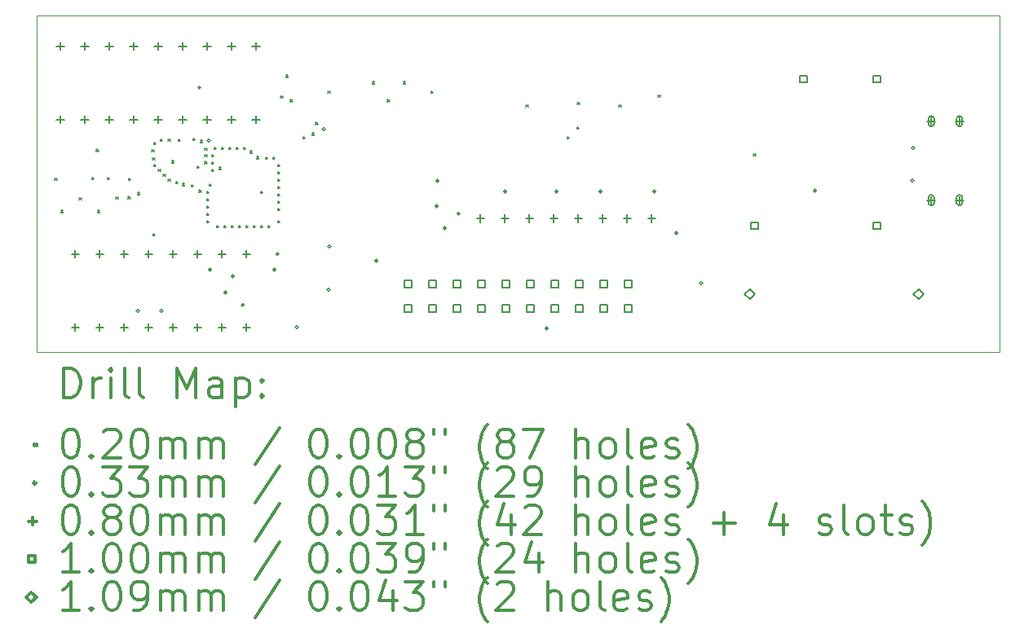
<source format=gbr>
%FSLAX45Y45*%
G04 Gerber Fmt 4.5, Leading zero omitted, Abs format (unit mm)*
G04 Created by KiCad (PCBNEW (5.1.7)-1) date 2021-11-01 12:55:09*
%MOMM*%
%LPD*%
G01*
G04 APERTURE LIST*
%TA.AperFunction,Profile*%
%ADD10C,0.050000*%
%TD*%
%ADD11C,0.200000*%
%ADD12C,0.300000*%
G04 APERTURE END LIST*
D10*
X11000000Y-10500000D02*
X21000000Y-10500000D01*
X11000000Y-7000000D02*
X11000000Y-10500000D01*
X21000000Y-7000000D02*
X11000000Y-7000000D01*
X21000000Y-10500000D02*
X21000000Y-7000000D01*
D11*
X11190000Y-8692500D02*
X11210000Y-8712500D01*
X11210000Y-8692500D02*
X11190000Y-8712500D01*
X11255000Y-9026020D02*
X11275000Y-9046020D01*
X11275000Y-9026020D02*
X11255000Y-9046020D01*
X11445000Y-8897500D02*
X11465000Y-8917500D01*
X11465000Y-8897500D02*
X11445000Y-8917500D01*
X11572500Y-8685000D02*
X11592500Y-8705000D01*
X11592500Y-8685000D02*
X11572500Y-8705000D01*
X11620390Y-8390950D02*
X11640390Y-8410950D01*
X11640390Y-8390950D02*
X11620390Y-8410950D01*
X11636000Y-9026020D02*
X11656000Y-9046020D01*
X11656000Y-9026020D02*
X11636000Y-9046020D01*
X11736100Y-8683700D02*
X11756100Y-8703700D01*
X11756100Y-8683700D02*
X11736100Y-8703700D01*
X11825000Y-8890000D02*
X11845000Y-8910000D01*
X11845000Y-8890000D02*
X11825000Y-8910000D01*
X11952500Y-8882500D02*
X11972500Y-8902500D01*
X11972500Y-8882500D02*
X11952500Y-8902500D01*
X11955000Y-8690000D02*
X11975000Y-8710000D01*
X11975000Y-8690000D02*
X11955000Y-8710000D01*
X12050000Y-8840000D02*
X12070000Y-8860000D01*
X12070000Y-8840000D02*
X12050000Y-8860000D01*
X12196700Y-8398900D02*
X12216700Y-8418900D01*
X12216700Y-8398900D02*
X12196700Y-8418900D01*
X12206700Y-8478900D02*
X12226700Y-8498900D01*
X12226700Y-8478900D02*
X12206700Y-8498900D01*
X12210000Y-9270000D02*
X12230000Y-9290000D01*
X12230000Y-9270000D02*
X12210000Y-9290000D01*
X12216700Y-8548900D02*
X12236700Y-8568900D01*
X12236700Y-8548900D02*
X12216700Y-8568900D01*
X12220000Y-8318900D02*
X12240000Y-8338900D01*
X12240000Y-8318900D02*
X12220000Y-8338900D01*
X12266700Y-8598900D02*
X12286700Y-8618900D01*
X12286700Y-8598900D02*
X12266700Y-8618900D01*
X12286700Y-8288900D02*
X12306700Y-8308900D01*
X12306700Y-8288900D02*
X12286700Y-8308900D01*
X12316700Y-8648900D02*
X12336700Y-8668900D01*
X12336700Y-8648900D02*
X12316700Y-8668900D01*
X12366700Y-8288900D02*
X12386700Y-8308900D01*
X12386700Y-8288900D02*
X12366700Y-8308900D01*
X12366700Y-8698900D02*
X12386700Y-8718900D01*
X12386700Y-8698900D02*
X12366700Y-8718900D01*
X12405000Y-8510000D02*
X12425000Y-8530000D01*
X12425000Y-8510000D02*
X12405000Y-8530000D01*
X12446700Y-8728900D02*
X12466700Y-8748900D01*
X12466700Y-8728900D02*
X12446700Y-8748900D01*
X12470000Y-8288900D02*
X12490000Y-8308900D01*
X12490000Y-8288900D02*
X12470000Y-8308900D01*
X12516700Y-8748900D02*
X12536700Y-8768900D01*
X12536700Y-8748900D02*
X12516700Y-8768900D01*
X12610000Y-8760000D02*
X12630000Y-8780000D01*
X12630000Y-8760000D02*
X12610000Y-8780000D01*
X12626700Y-8278900D02*
X12646700Y-8298900D01*
X12646700Y-8278900D02*
X12626700Y-8298900D01*
X12665000Y-8565000D02*
X12685000Y-8585000D01*
X12685000Y-8565000D02*
X12665000Y-8585000D01*
X12690000Y-8815000D02*
X12710000Y-8835000D01*
X12710000Y-8815000D02*
X12690000Y-8835000D01*
X12700000Y-8300000D02*
X12720000Y-8320000D01*
X12720000Y-8300000D02*
X12700000Y-8320000D01*
X12746700Y-8378900D02*
X12766700Y-8398900D01*
X12766700Y-8378900D02*
X12746700Y-8398900D01*
X12746700Y-8448900D02*
X12766700Y-8468900D01*
X12766700Y-8448900D02*
X12746700Y-8468900D01*
X12746700Y-8518900D02*
X12766700Y-8538900D01*
X12766700Y-8518900D02*
X12746700Y-8538900D01*
X12770500Y-8826100D02*
X12790500Y-8846100D01*
X12790500Y-8826100D02*
X12770500Y-8846100D01*
X12770500Y-8902300D02*
X12790500Y-8922300D01*
X12790500Y-8902300D02*
X12770500Y-8922300D01*
X12770500Y-8978500D02*
X12790500Y-8998500D01*
X12790500Y-8978500D02*
X12770500Y-8998500D01*
X12770500Y-9054700D02*
X12790500Y-9074700D01*
X12790500Y-9054700D02*
X12770500Y-9074700D01*
X12770500Y-9130900D02*
X12790500Y-9150900D01*
X12790500Y-9130900D02*
X12770500Y-9150900D01*
X12795900Y-8749900D02*
X12815900Y-8769900D01*
X12815900Y-8749900D02*
X12795900Y-8769900D01*
X12821300Y-8445100D02*
X12841300Y-8465100D01*
X12841300Y-8445100D02*
X12821300Y-8465100D01*
X12821300Y-8521300D02*
X12841300Y-8541300D01*
X12841300Y-8521300D02*
X12821300Y-8541300D01*
X12821300Y-8597500D02*
X12841300Y-8617500D01*
X12841300Y-8597500D02*
X12821300Y-8617500D01*
X12846700Y-8368900D02*
X12866700Y-8388900D01*
X12866700Y-8368900D02*
X12846700Y-8388900D01*
X12872100Y-9181700D02*
X12892100Y-9201700D01*
X12892100Y-9181700D02*
X12872100Y-9201700D01*
X12896500Y-8579500D02*
X12916500Y-8599500D01*
X12916500Y-8579500D02*
X12896500Y-8599500D01*
X12918800Y-8370000D02*
X12938800Y-8390000D01*
X12938800Y-8370000D02*
X12918800Y-8390000D01*
X12948300Y-9181700D02*
X12968300Y-9201700D01*
X12968300Y-9181700D02*
X12948300Y-9201700D01*
X12999100Y-8368900D02*
X13019100Y-8388900D01*
X13019100Y-8368900D02*
X12999100Y-8388900D01*
X13024500Y-9181700D02*
X13044500Y-9201700D01*
X13044500Y-9181700D02*
X13024500Y-9201700D01*
X13075300Y-8368900D02*
X13095300Y-8388900D01*
X13095300Y-8368900D02*
X13075300Y-8388900D01*
X13100700Y-9181700D02*
X13120700Y-9201700D01*
X13120700Y-9181700D02*
X13100700Y-9201700D01*
X13151500Y-8368900D02*
X13171500Y-8388900D01*
X13171500Y-8368900D02*
X13151500Y-8388900D01*
X13176900Y-9181700D02*
X13196900Y-9201700D01*
X13196900Y-9181700D02*
X13176900Y-9201700D01*
X13216700Y-8408900D02*
X13236700Y-8428900D01*
X13236700Y-8408900D02*
X13216700Y-8428900D01*
X13253100Y-9181700D02*
X13273100Y-9201700D01*
X13273100Y-9181700D02*
X13253100Y-9201700D01*
X13286700Y-8468900D02*
X13306700Y-8488900D01*
X13306700Y-8468900D02*
X13286700Y-8488900D01*
X13329300Y-8826100D02*
X13349300Y-8846100D01*
X13349300Y-8826100D02*
X13329300Y-8846100D01*
X13329300Y-9181700D02*
X13349300Y-9201700D01*
X13349300Y-9181700D02*
X13329300Y-9201700D01*
X13380100Y-8470500D02*
X13400100Y-8490500D01*
X13400100Y-8470500D02*
X13380100Y-8490500D01*
X13405500Y-9181700D02*
X13425500Y-9201700D01*
X13425500Y-9181700D02*
X13405500Y-9201700D01*
X13456300Y-8470500D02*
X13476300Y-8490500D01*
X13476300Y-8470500D02*
X13456300Y-8490500D01*
X13507100Y-8546700D02*
X13527100Y-8566700D01*
X13527100Y-8546700D02*
X13507100Y-8566700D01*
X13507100Y-8622900D02*
X13527100Y-8642900D01*
X13527100Y-8622900D02*
X13507100Y-8642900D01*
X13507100Y-8699100D02*
X13527100Y-8719100D01*
X13527100Y-8699100D02*
X13507100Y-8719100D01*
X13507100Y-8775300D02*
X13527100Y-8795300D01*
X13527100Y-8775300D02*
X13507100Y-8795300D01*
X13507100Y-8851500D02*
X13527100Y-8871500D01*
X13527100Y-8851500D02*
X13507100Y-8871500D01*
X13507100Y-8927700D02*
X13527100Y-8947700D01*
X13527100Y-8927700D02*
X13507100Y-8947700D01*
X13507100Y-9003900D02*
X13527100Y-9023900D01*
X13527100Y-9003900D02*
X13507100Y-9023900D01*
X13507100Y-9130900D02*
X13527100Y-9150900D01*
X13527100Y-9130900D02*
X13507100Y-9150900D01*
X13534160Y-7835370D02*
X13554160Y-7855370D01*
X13554160Y-7835370D02*
X13534160Y-7855370D01*
X13589420Y-7621310D02*
X13609420Y-7641310D01*
X13609420Y-7621310D02*
X13589420Y-7641310D01*
X13636960Y-7876960D02*
X13656960Y-7896960D01*
X13656960Y-7876960D02*
X13636960Y-7896960D01*
X13769460Y-8261580D02*
X13789460Y-8281580D01*
X13789460Y-8261580D02*
X13769460Y-8281580D01*
X13860120Y-8221330D02*
X13880120Y-8241330D01*
X13880120Y-8221330D02*
X13860120Y-8241330D01*
X13898510Y-8113250D02*
X13918510Y-8133250D01*
X13918510Y-8113250D02*
X13898510Y-8133250D01*
X14025440Y-7788220D02*
X14045440Y-7808220D01*
X14045440Y-7788220D02*
X14025440Y-7808220D01*
X14487580Y-7688690D02*
X14507580Y-7708690D01*
X14507580Y-7688690D02*
X14487580Y-7708690D01*
X14644370Y-7876960D02*
X14664370Y-7896960D01*
X14664370Y-7876960D02*
X14644370Y-7896960D01*
X14811360Y-7688690D02*
X14831360Y-7708690D01*
X14831360Y-7688690D02*
X14811360Y-7708690D01*
X15095260Y-7788220D02*
X15115260Y-7808220D01*
X15115260Y-7788220D02*
X15095260Y-7808220D01*
X16083400Y-7930800D02*
X16103400Y-7950800D01*
X16103400Y-7930800D02*
X16083400Y-7950800D01*
X16511210Y-8261580D02*
X16531210Y-8281580D01*
X16531210Y-8261580D02*
X16511210Y-8281580D01*
X16613260Y-8159520D02*
X16633260Y-8179520D01*
X16633260Y-8159520D02*
X16613260Y-8179520D01*
X16616800Y-7905400D02*
X16636800Y-7925400D01*
X16636800Y-7905400D02*
X16616800Y-7925400D01*
X17048600Y-7930800D02*
X17068600Y-7950800D01*
X17068600Y-7930800D02*
X17048600Y-7950800D01*
X17455000Y-7829200D02*
X17475000Y-7849200D01*
X17475000Y-7829200D02*
X17455000Y-7849200D01*
X18445600Y-8438800D02*
X18465600Y-8458800D01*
X18465600Y-8438800D02*
X18445600Y-8458800D01*
X12066500Y-10070000D02*
G75*
G03*
X12066500Y-10070000I-16500J0D01*
G01*
X12316500Y-10070000D02*
G75*
G03*
X12316500Y-10070000I-16500J0D01*
G01*
X12706500Y-7750000D02*
G75*
G03*
X12706500Y-7750000I-16500J0D01*
G01*
X12806500Y-8300000D02*
G75*
G03*
X12806500Y-8300000I-16500J0D01*
G01*
X12816500Y-9640000D02*
G75*
G03*
X12816500Y-9640000I-16500J0D01*
G01*
X12976500Y-9880000D02*
G75*
G03*
X12976500Y-9880000I-16500J0D01*
G01*
X13056500Y-9710000D02*
G75*
G03*
X13056500Y-9710000I-16500J0D01*
G01*
X13156500Y-10010000D02*
G75*
G03*
X13156500Y-10010000I-16500J0D01*
G01*
X13486500Y-9640000D02*
G75*
G03*
X13486500Y-9640000I-16500J0D01*
G01*
X13516500Y-9480000D02*
G75*
G03*
X13516500Y-9480000I-16500J0D01*
G01*
X13716500Y-10240000D02*
G75*
G03*
X13716500Y-10240000I-16500J0D01*
G01*
X13996500Y-8180000D02*
G75*
G03*
X13996500Y-8180000I-16500J0D01*
G01*
X14046500Y-9850000D02*
G75*
G03*
X14046500Y-9850000I-16500J0D01*
G01*
X14056500Y-9400000D02*
G75*
G03*
X14056500Y-9400000I-16500J0D01*
G01*
X14546500Y-9550000D02*
G75*
G03*
X14546500Y-9550000I-16500J0D01*
G01*
X15170100Y-8982200D02*
G75*
G03*
X15170100Y-8982200I-16500J0D01*
G01*
X15176500Y-8720000D02*
G75*
G03*
X15176500Y-8720000I-16500J0D01*
G01*
X15256500Y-9210000D02*
G75*
G03*
X15256500Y-9210000I-16500J0D01*
G01*
X15396500Y-9060000D02*
G75*
G03*
X15396500Y-9060000I-16500J0D01*
G01*
X15881300Y-8829800D02*
G75*
G03*
X15881300Y-8829800I-16500J0D01*
G01*
X16313100Y-10252200D02*
G75*
G03*
X16313100Y-10252200I-16500J0D01*
G01*
X16414700Y-8829800D02*
G75*
G03*
X16414700Y-8829800I-16500J0D01*
G01*
X16871900Y-8829800D02*
G75*
G03*
X16871900Y-8829800I-16500J0D01*
G01*
X17430700Y-8829800D02*
G75*
G03*
X17430700Y-8829800I-16500J0D01*
G01*
X17659300Y-9261600D02*
G75*
G03*
X17659300Y-9261600I-16500J0D01*
G01*
X17916500Y-9780000D02*
G75*
G03*
X17916500Y-9780000I-16500J0D01*
G01*
X19096500Y-8820000D02*
G75*
G03*
X19096500Y-8820000I-16500J0D01*
G01*
X20111500Y-8717500D02*
G75*
G03*
X20111500Y-8717500I-16500J0D01*
G01*
X20121500Y-8377500D02*
G75*
G03*
X20121500Y-8377500I-16500J0D01*
G01*
X15610800Y-9069200D02*
X15610800Y-9149200D01*
X15570800Y-9109200D02*
X15650800Y-9109200D01*
X15864800Y-9069200D02*
X15864800Y-9149200D01*
X15824800Y-9109200D02*
X15904800Y-9109200D01*
X16118800Y-9069200D02*
X16118800Y-9149200D01*
X16078800Y-9109200D02*
X16158800Y-9109200D01*
X16372800Y-9069200D02*
X16372800Y-9149200D01*
X16332800Y-9109200D02*
X16412800Y-9109200D01*
X16626800Y-9069200D02*
X16626800Y-9149200D01*
X16586800Y-9109200D02*
X16666800Y-9109200D01*
X16880800Y-9069200D02*
X16880800Y-9149200D01*
X16840800Y-9109200D02*
X16920800Y-9109200D01*
X17134800Y-9069200D02*
X17134800Y-9149200D01*
X17094800Y-9109200D02*
X17174800Y-9109200D01*
X17388800Y-9069200D02*
X17388800Y-9149200D01*
X17348800Y-9109200D02*
X17428800Y-9109200D01*
X11245500Y-7280000D02*
X11245500Y-7360000D01*
X11205500Y-7320000D02*
X11285500Y-7320000D01*
X11245500Y-8042000D02*
X11245500Y-8122000D01*
X11205500Y-8082000D02*
X11285500Y-8082000D01*
X11499500Y-7280000D02*
X11499500Y-7360000D01*
X11459500Y-7320000D02*
X11539500Y-7320000D01*
X11499500Y-8042000D02*
X11499500Y-8122000D01*
X11459500Y-8082000D02*
X11539500Y-8082000D01*
X11753500Y-7280000D02*
X11753500Y-7360000D01*
X11713500Y-7320000D02*
X11793500Y-7320000D01*
X11753500Y-8042000D02*
X11753500Y-8122000D01*
X11713500Y-8082000D02*
X11793500Y-8082000D01*
X12007500Y-7280000D02*
X12007500Y-7360000D01*
X11967500Y-7320000D02*
X12047500Y-7320000D01*
X12007500Y-8042000D02*
X12007500Y-8122000D01*
X11967500Y-8082000D02*
X12047500Y-8082000D01*
X12261500Y-7280000D02*
X12261500Y-7360000D01*
X12221500Y-7320000D02*
X12301500Y-7320000D01*
X12261500Y-8042000D02*
X12261500Y-8122000D01*
X12221500Y-8082000D02*
X12301500Y-8082000D01*
X12515500Y-7280000D02*
X12515500Y-7360000D01*
X12475500Y-7320000D02*
X12555500Y-7320000D01*
X12515500Y-8042000D02*
X12515500Y-8122000D01*
X12475500Y-8082000D02*
X12555500Y-8082000D01*
X12769500Y-7280000D02*
X12769500Y-7360000D01*
X12729500Y-7320000D02*
X12809500Y-7320000D01*
X12769500Y-8042000D02*
X12769500Y-8122000D01*
X12729500Y-8082000D02*
X12809500Y-8082000D01*
X13023500Y-7280000D02*
X13023500Y-7360000D01*
X12983500Y-7320000D02*
X13063500Y-7320000D01*
X13023500Y-8042000D02*
X13023500Y-8122000D01*
X12983500Y-8082000D02*
X13063500Y-8082000D01*
X13277500Y-7280000D02*
X13277500Y-7360000D01*
X13237500Y-7320000D02*
X13317500Y-7320000D01*
X13277500Y-8042000D02*
X13277500Y-8122000D01*
X13237500Y-8082000D02*
X13317500Y-8082000D01*
X11402000Y-9437500D02*
X11402000Y-9517500D01*
X11362000Y-9477500D02*
X11442000Y-9477500D01*
X11402000Y-10199500D02*
X11402000Y-10279500D01*
X11362000Y-10239500D02*
X11442000Y-10239500D01*
X11656000Y-9437500D02*
X11656000Y-9517500D01*
X11616000Y-9477500D02*
X11696000Y-9477500D01*
X11656000Y-10199500D02*
X11656000Y-10279500D01*
X11616000Y-10239500D02*
X11696000Y-10239500D01*
X11910000Y-9437500D02*
X11910000Y-9517500D01*
X11870000Y-9477500D02*
X11950000Y-9477500D01*
X11910000Y-10199500D02*
X11910000Y-10279500D01*
X11870000Y-10239500D02*
X11950000Y-10239500D01*
X12164000Y-9437500D02*
X12164000Y-9517500D01*
X12124000Y-9477500D02*
X12204000Y-9477500D01*
X12164000Y-10199500D02*
X12164000Y-10279500D01*
X12124000Y-10239500D02*
X12204000Y-10239500D01*
X12418000Y-9437500D02*
X12418000Y-9517500D01*
X12378000Y-9477500D02*
X12458000Y-9477500D01*
X12418000Y-10199500D02*
X12418000Y-10279500D01*
X12378000Y-10239500D02*
X12458000Y-10239500D01*
X12672000Y-9437500D02*
X12672000Y-9517500D01*
X12632000Y-9477500D02*
X12712000Y-9477500D01*
X12672000Y-10199500D02*
X12672000Y-10279500D01*
X12632000Y-10239500D02*
X12712000Y-10239500D01*
X12926000Y-9437500D02*
X12926000Y-9517500D01*
X12886000Y-9477500D02*
X12966000Y-9477500D01*
X12926000Y-10199500D02*
X12926000Y-10279500D01*
X12886000Y-10239500D02*
X12966000Y-10239500D01*
X13180000Y-9437500D02*
X13180000Y-9517500D01*
X13140000Y-9477500D02*
X13220000Y-9477500D01*
X13180000Y-10199500D02*
X13180000Y-10279500D01*
X13140000Y-10239500D02*
X13220000Y-10239500D01*
X20290500Y-8060000D02*
X20290500Y-8140000D01*
X20250500Y-8100000D02*
X20330500Y-8100000D01*
X20260500Y-8075000D02*
X20260500Y-8125000D01*
X20320500Y-8075000D02*
X20320500Y-8125000D01*
X20260500Y-8125000D02*
G75*
G03*
X20320500Y-8125000I30000J0D01*
G01*
X20320500Y-8075000D02*
G75*
G03*
X20260500Y-8075000I-30000J0D01*
G01*
X20290500Y-8880000D02*
X20290500Y-8960000D01*
X20250500Y-8920000D02*
X20330500Y-8920000D01*
X20260500Y-8895000D02*
X20260500Y-8945000D01*
X20320500Y-8895000D02*
X20320500Y-8945000D01*
X20260500Y-8945000D02*
G75*
G03*
X20320500Y-8945000I30000J0D01*
G01*
X20320500Y-8895000D02*
G75*
G03*
X20260500Y-8895000I-30000J0D01*
G01*
X20584500Y-8060000D02*
X20584500Y-8140000D01*
X20544500Y-8100000D02*
X20624500Y-8100000D01*
X20554500Y-8075000D02*
X20554500Y-8125000D01*
X20614500Y-8075000D02*
X20614500Y-8125000D01*
X20554500Y-8125000D02*
G75*
G03*
X20614500Y-8125000I30000J0D01*
G01*
X20614500Y-8075000D02*
G75*
G03*
X20554500Y-8075000I-30000J0D01*
G01*
X20584500Y-8880000D02*
X20584500Y-8960000D01*
X20544500Y-8920000D02*
X20624500Y-8920000D01*
X20554500Y-8895000D02*
X20554500Y-8945000D01*
X20614500Y-8895000D02*
X20614500Y-8945000D01*
X20554500Y-8945000D02*
G75*
G03*
X20614500Y-8945000I30000J0D01*
G01*
X20614500Y-8895000D02*
G75*
G03*
X20554500Y-8895000I-30000J0D01*
G01*
X14892356Y-9827356D02*
X14892356Y-9756644D01*
X14821644Y-9756644D01*
X14821644Y-9827356D01*
X14892356Y-9827356D01*
X14892356Y-10081356D02*
X14892356Y-10010644D01*
X14821644Y-10010644D01*
X14821644Y-10081356D01*
X14892356Y-10081356D01*
X15146356Y-9827356D02*
X15146356Y-9756644D01*
X15075644Y-9756644D01*
X15075644Y-9827356D01*
X15146356Y-9827356D01*
X15146356Y-10081356D02*
X15146356Y-10010644D01*
X15075644Y-10010644D01*
X15075644Y-10081356D01*
X15146356Y-10081356D01*
X15400356Y-9827356D02*
X15400356Y-9756644D01*
X15329644Y-9756644D01*
X15329644Y-9827356D01*
X15400356Y-9827356D01*
X15400356Y-10081356D02*
X15400356Y-10010644D01*
X15329644Y-10010644D01*
X15329644Y-10081356D01*
X15400356Y-10081356D01*
X15654356Y-9827356D02*
X15654356Y-9756644D01*
X15583644Y-9756644D01*
X15583644Y-9827356D01*
X15654356Y-9827356D01*
X15654356Y-10081356D02*
X15654356Y-10010644D01*
X15583644Y-10010644D01*
X15583644Y-10081356D01*
X15654356Y-10081356D01*
X15908356Y-9827356D02*
X15908356Y-9756644D01*
X15837644Y-9756644D01*
X15837644Y-9827356D01*
X15908356Y-9827356D01*
X15908356Y-10081356D02*
X15908356Y-10010644D01*
X15837644Y-10010644D01*
X15837644Y-10081356D01*
X15908356Y-10081356D01*
X16162356Y-9827356D02*
X16162356Y-9756644D01*
X16091644Y-9756644D01*
X16091644Y-9827356D01*
X16162356Y-9827356D01*
X16162356Y-10081356D02*
X16162356Y-10010644D01*
X16091644Y-10010644D01*
X16091644Y-10081356D01*
X16162356Y-10081356D01*
X16416356Y-9827356D02*
X16416356Y-9756644D01*
X16345644Y-9756644D01*
X16345644Y-9827356D01*
X16416356Y-9827356D01*
X16416356Y-10081356D02*
X16416356Y-10010644D01*
X16345644Y-10010644D01*
X16345644Y-10081356D01*
X16416356Y-10081356D01*
X16670356Y-9827356D02*
X16670356Y-9756644D01*
X16599644Y-9756644D01*
X16599644Y-9827356D01*
X16670356Y-9827356D01*
X16670356Y-10081356D02*
X16670356Y-10010644D01*
X16599644Y-10010644D01*
X16599644Y-10081356D01*
X16670356Y-10081356D01*
X16924356Y-9827356D02*
X16924356Y-9756644D01*
X16853644Y-9756644D01*
X16853644Y-9827356D01*
X16924356Y-9827356D01*
X16924356Y-10081356D02*
X16924356Y-10010644D01*
X16853644Y-10010644D01*
X16853644Y-10081356D01*
X16924356Y-10081356D01*
X17178356Y-9827356D02*
X17178356Y-9756644D01*
X17107644Y-9756644D01*
X17107644Y-9827356D01*
X17178356Y-9827356D01*
X17178356Y-10081356D02*
X17178356Y-10010644D01*
X17107644Y-10010644D01*
X17107644Y-10081356D01*
X17178356Y-10081356D01*
X18490956Y-9220756D02*
X18490956Y-9150044D01*
X18420244Y-9150044D01*
X18420244Y-9220756D01*
X18490956Y-9220756D01*
X18998956Y-7696756D02*
X18998956Y-7626044D01*
X18928244Y-7626044D01*
X18928244Y-7696756D01*
X18998956Y-7696756D01*
X19760956Y-7696756D02*
X19760956Y-7626044D01*
X19690244Y-7626044D01*
X19690244Y-7696756D01*
X19760956Y-7696756D01*
X19760956Y-9220756D02*
X19760956Y-9150044D01*
X19690244Y-9150044D01*
X19690244Y-9220756D01*
X19760956Y-9220756D01*
X18408000Y-9951210D02*
X18462610Y-9896600D01*
X18408000Y-9841990D01*
X18353390Y-9896600D01*
X18408000Y-9951210D01*
X20158000Y-9951210D02*
X20212610Y-9896600D01*
X20158000Y-9841990D01*
X20103390Y-9896600D01*
X20158000Y-9951210D01*
D12*
X11283928Y-10968214D02*
X11283928Y-10668214D01*
X11355357Y-10668214D01*
X11398214Y-10682500D01*
X11426786Y-10711072D01*
X11441071Y-10739643D01*
X11455357Y-10796786D01*
X11455357Y-10839643D01*
X11441071Y-10896786D01*
X11426786Y-10925357D01*
X11398214Y-10953929D01*
X11355357Y-10968214D01*
X11283928Y-10968214D01*
X11583928Y-10968214D02*
X11583928Y-10768214D01*
X11583928Y-10825357D02*
X11598214Y-10796786D01*
X11612500Y-10782500D01*
X11641071Y-10768214D01*
X11669643Y-10768214D01*
X11769643Y-10968214D02*
X11769643Y-10768214D01*
X11769643Y-10668214D02*
X11755357Y-10682500D01*
X11769643Y-10696786D01*
X11783928Y-10682500D01*
X11769643Y-10668214D01*
X11769643Y-10696786D01*
X11955357Y-10968214D02*
X11926786Y-10953929D01*
X11912500Y-10925357D01*
X11912500Y-10668214D01*
X12112500Y-10968214D02*
X12083928Y-10953929D01*
X12069643Y-10925357D01*
X12069643Y-10668214D01*
X12455357Y-10968214D02*
X12455357Y-10668214D01*
X12555357Y-10882500D01*
X12655357Y-10668214D01*
X12655357Y-10968214D01*
X12926786Y-10968214D02*
X12926786Y-10811072D01*
X12912500Y-10782500D01*
X12883928Y-10768214D01*
X12826786Y-10768214D01*
X12798214Y-10782500D01*
X12926786Y-10953929D02*
X12898214Y-10968214D01*
X12826786Y-10968214D01*
X12798214Y-10953929D01*
X12783928Y-10925357D01*
X12783928Y-10896786D01*
X12798214Y-10868214D01*
X12826786Y-10853929D01*
X12898214Y-10853929D01*
X12926786Y-10839643D01*
X13069643Y-10768214D02*
X13069643Y-11068214D01*
X13069643Y-10782500D02*
X13098214Y-10768214D01*
X13155357Y-10768214D01*
X13183928Y-10782500D01*
X13198214Y-10796786D01*
X13212500Y-10825357D01*
X13212500Y-10911072D01*
X13198214Y-10939643D01*
X13183928Y-10953929D01*
X13155357Y-10968214D01*
X13098214Y-10968214D01*
X13069643Y-10953929D01*
X13341071Y-10939643D02*
X13355357Y-10953929D01*
X13341071Y-10968214D01*
X13326786Y-10953929D01*
X13341071Y-10939643D01*
X13341071Y-10968214D01*
X13341071Y-10782500D02*
X13355357Y-10796786D01*
X13341071Y-10811072D01*
X13326786Y-10796786D01*
X13341071Y-10782500D01*
X13341071Y-10811072D01*
X10977500Y-11452500D02*
X10997500Y-11472500D01*
X10997500Y-11452500D02*
X10977500Y-11472500D01*
X11341071Y-11298214D02*
X11369643Y-11298214D01*
X11398214Y-11312500D01*
X11412500Y-11326786D01*
X11426786Y-11355357D01*
X11441071Y-11412500D01*
X11441071Y-11483929D01*
X11426786Y-11541071D01*
X11412500Y-11569643D01*
X11398214Y-11583929D01*
X11369643Y-11598214D01*
X11341071Y-11598214D01*
X11312500Y-11583929D01*
X11298214Y-11569643D01*
X11283928Y-11541071D01*
X11269643Y-11483929D01*
X11269643Y-11412500D01*
X11283928Y-11355357D01*
X11298214Y-11326786D01*
X11312500Y-11312500D01*
X11341071Y-11298214D01*
X11569643Y-11569643D02*
X11583928Y-11583929D01*
X11569643Y-11598214D01*
X11555357Y-11583929D01*
X11569643Y-11569643D01*
X11569643Y-11598214D01*
X11698214Y-11326786D02*
X11712500Y-11312500D01*
X11741071Y-11298214D01*
X11812500Y-11298214D01*
X11841071Y-11312500D01*
X11855357Y-11326786D01*
X11869643Y-11355357D01*
X11869643Y-11383929D01*
X11855357Y-11426786D01*
X11683928Y-11598214D01*
X11869643Y-11598214D01*
X12055357Y-11298214D02*
X12083928Y-11298214D01*
X12112500Y-11312500D01*
X12126786Y-11326786D01*
X12141071Y-11355357D01*
X12155357Y-11412500D01*
X12155357Y-11483929D01*
X12141071Y-11541071D01*
X12126786Y-11569643D01*
X12112500Y-11583929D01*
X12083928Y-11598214D01*
X12055357Y-11598214D01*
X12026786Y-11583929D01*
X12012500Y-11569643D01*
X11998214Y-11541071D01*
X11983928Y-11483929D01*
X11983928Y-11412500D01*
X11998214Y-11355357D01*
X12012500Y-11326786D01*
X12026786Y-11312500D01*
X12055357Y-11298214D01*
X12283928Y-11598214D02*
X12283928Y-11398214D01*
X12283928Y-11426786D02*
X12298214Y-11412500D01*
X12326786Y-11398214D01*
X12369643Y-11398214D01*
X12398214Y-11412500D01*
X12412500Y-11441071D01*
X12412500Y-11598214D01*
X12412500Y-11441071D02*
X12426786Y-11412500D01*
X12455357Y-11398214D01*
X12498214Y-11398214D01*
X12526786Y-11412500D01*
X12541071Y-11441071D01*
X12541071Y-11598214D01*
X12683928Y-11598214D02*
X12683928Y-11398214D01*
X12683928Y-11426786D02*
X12698214Y-11412500D01*
X12726786Y-11398214D01*
X12769643Y-11398214D01*
X12798214Y-11412500D01*
X12812500Y-11441071D01*
X12812500Y-11598214D01*
X12812500Y-11441071D02*
X12826786Y-11412500D01*
X12855357Y-11398214D01*
X12898214Y-11398214D01*
X12926786Y-11412500D01*
X12941071Y-11441071D01*
X12941071Y-11598214D01*
X13526786Y-11283929D02*
X13269643Y-11669643D01*
X13912500Y-11298214D02*
X13941071Y-11298214D01*
X13969643Y-11312500D01*
X13983928Y-11326786D01*
X13998214Y-11355357D01*
X14012500Y-11412500D01*
X14012500Y-11483929D01*
X13998214Y-11541071D01*
X13983928Y-11569643D01*
X13969643Y-11583929D01*
X13941071Y-11598214D01*
X13912500Y-11598214D01*
X13883928Y-11583929D01*
X13869643Y-11569643D01*
X13855357Y-11541071D01*
X13841071Y-11483929D01*
X13841071Y-11412500D01*
X13855357Y-11355357D01*
X13869643Y-11326786D01*
X13883928Y-11312500D01*
X13912500Y-11298214D01*
X14141071Y-11569643D02*
X14155357Y-11583929D01*
X14141071Y-11598214D01*
X14126786Y-11583929D01*
X14141071Y-11569643D01*
X14141071Y-11598214D01*
X14341071Y-11298214D02*
X14369643Y-11298214D01*
X14398214Y-11312500D01*
X14412500Y-11326786D01*
X14426786Y-11355357D01*
X14441071Y-11412500D01*
X14441071Y-11483929D01*
X14426786Y-11541071D01*
X14412500Y-11569643D01*
X14398214Y-11583929D01*
X14369643Y-11598214D01*
X14341071Y-11598214D01*
X14312500Y-11583929D01*
X14298214Y-11569643D01*
X14283928Y-11541071D01*
X14269643Y-11483929D01*
X14269643Y-11412500D01*
X14283928Y-11355357D01*
X14298214Y-11326786D01*
X14312500Y-11312500D01*
X14341071Y-11298214D01*
X14626786Y-11298214D02*
X14655357Y-11298214D01*
X14683928Y-11312500D01*
X14698214Y-11326786D01*
X14712500Y-11355357D01*
X14726786Y-11412500D01*
X14726786Y-11483929D01*
X14712500Y-11541071D01*
X14698214Y-11569643D01*
X14683928Y-11583929D01*
X14655357Y-11598214D01*
X14626786Y-11598214D01*
X14598214Y-11583929D01*
X14583928Y-11569643D01*
X14569643Y-11541071D01*
X14555357Y-11483929D01*
X14555357Y-11412500D01*
X14569643Y-11355357D01*
X14583928Y-11326786D01*
X14598214Y-11312500D01*
X14626786Y-11298214D01*
X14898214Y-11426786D02*
X14869643Y-11412500D01*
X14855357Y-11398214D01*
X14841071Y-11369643D01*
X14841071Y-11355357D01*
X14855357Y-11326786D01*
X14869643Y-11312500D01*
X14898214Y-11298214D01*
X14955357Y-11298214D01*
X14983928Y-11312500D01*
X14998214Y-11326786D01*
X15012500Y-11355357D01*
X15012500Y-11369643D01*
X14998214Y-11398214D01*
X14983928Y-11412500D01*
X14955357Y-11426786D01*
X14898214Y-11426786D01*
X14869643Y-11441071D01*
X14855357Y-11455357D01*
X14841071Y-11483929D01*
X14841071Y-11541071D01*
X14855357Y-11569643D01*
X14869643Y-11583929D01*
X14898214Y-11598214D01*
X14955357Y-11598214D01*
X14983928Y-11583929D01*
X14998214Y-11569643D01*
X15012500Y-11541071D01*
X15012500Y-11483929D01*
X14998214Y-11455357D01*
X14983928Y-11441071D01*
X14955357Y-11426786D01*
X15126786Y-11298214D02*
X15126786Y-11355357D01*
X15241071Y-11298214D02*
X15241071Y-11355357D01*
X15683928Y-11712500D02*
X15669643Y-11698214D01*
X15641071Y-11655357D01*
X15626786Y-11626786D01*
X15612500Y-11583929D01*
X15598214Y-11512500D01*
X15598214Y-11455357D01*
X15612500Y-11383929D01*
X15626786Y-11341071D01*
X15641071Y-11312500D01*
X15669643Y-11269643D01*
X15683928Y-11255357D01*
X15841071Y-11426786D02*
X15812500Y-11412500D01*
X15798214Y-11398214D01*
X15783928Y-11369643D01*
X15783928Y-11355357D01*
X15798214Y-11326786D01*
X15812500Y-11312500D01*
X15841071Y-11298214D01*
X15898214Y-11298214D01*
X15926786Y-11312500D01*
X15941071Y-11326786D01*
X15955357Y-11355357D01*
X15955357Y-11369643D01*
X15941071Y-11398214D01*
X15926786Y-11412500D01*
X15898214Y-11426786D01*
X15841071Y-11426786D01*
X15812500Y-11441071D01*
X15798214Y-11455357D01*
X15783928Y-11483929D01*
X15783928Y-11541071D01*
X15798214Y-11569643D01*
X15812500Y-11583929D01*
X15841071Y-11598214D01*
X15898214Y-11598214D01*
X15926786Y-11583929D01*
X15941071Y-11569643D01*
X15955357Y-11541071D01*
X15955357Y-11483929D01*
X15941071Y-11455357D01*
X15926786Y-11441071D01*
X15898214Y-11426786D01*
X16055357Y-11298214D02*
X16255357Y-11298214D01*
X16126786Y-11598214D01*
X16598214Y-11598214D02*
X16598214Y-11298214D01*
X16726786Y-11598214D02*
X16726786Y-11441071D01*
X16712500Y-11412500D01*
X16683928Y-11398214D01*
X16641071Y-11398214D01*
X16612500Y-11412500D01*
X16598214Y-11426786D01*
X16912500Y-11598214D02*
X16883928Y-11583929D01*
X16869643Y-11569643D01*
X16855357Y-11541071D01*
X16855357Y-11455357D01*
X16869643Y-11426786D01*
X16883928Y-11412500D01*
X16912500Y-11398214D01*
X16955357Y-11398214D01*
X16983928Y-11412500D01*
X16998214Y-11426786D01*
X17012500Y-11455357D01*
X17012500Y-11541071D01*
X16998214Y-11569643D01*
X16983928Y-11583929D01*
X16955357Y-11598214D01*
X16912500Y-11598214D01*
X17183928Y-11598214D02*
X17155357Y-11583929D01*
X17141071Y-11555357D01*
X17141071Y-11298214D01*
X17412500Y-11583929D02*
X17383928Y-11598214D01*
X17326786Y-11598214D01*
X17298214Y-11583929D01*
X17283928Y-11555357D01*
X17283928Y-11441071D01*
X17298214Y-11412500D01*
X17326786Y-11398214D01*
X17383928Y-11398214D01*
X17412500Y-11412500D01*
X17426786Y-11441071D01*
X17426786Y-11469643D01*
X17283928Y-11498214D01*
X17541071Y-11583929D02*
X17569643Y-11598214D01*
X17626786Y-11598214D01*
X17655357Y-11583929D01*
X17669643Y-11555357D01*
X17669643Y-11541071D01*
X17655357Y-11512500D01*
X17626786Y-11498214D01*
X17583928Y-11498214D01*
X17555357Y-11483929D01*
X17541071Y-11455357D01*
X17541071Y-11441071D01*
X17555357Y-11412500D01*
X17583928Y-11398214D01*
X17626786Y-11398214D01*
X17655357Y-11412500D01*
X17769643Y-11712500D02*
X17783928Y-11698214D01*
X17812500Y-11655357D01*
X17826786Y-11626786D01*
X17841071Y-11583929D01*
X17855357Y-11512500D01*
X17855357Y-11455357D01*
X17841071Y-11383929D01*
X17826786Y-11341071D01*
X17812500Y-11312500D01*
X17783928Y-11269643D01*
X17769643Y-11255357D01*
X10997500Y-11858500D02*
G75*
G03*
X10997500Y-11858500I-16500J0D01*
G01*
X11341071Y-11694214D02*
X11369643Y-11694214D01*
X11398214Y-11708500D01*
X11412500Y-11722786D01*
X11426786Y-11751357D01*
X11441071Y-11808500D01*
X11441071Y-11879929D01*
X11426786Y-11937071D01*
X11412500Y-11965643D01*
X11398214Y-11979929D01*
X11369643Y-11994214D01*
X11341071Y-11994214D01*
X11312500Y-11979929D01*
X11298214Y-11965643D01*
X11283928Y-11937071D01*
X11269643Y-11879929D01*
X11269643Y-11808500D01*
X11283928Y-11751357D01*
X11298214Y-11722786D01*
X11312500Y-11708500D01*
X11341071Y-11694214D01*
X11569643Y-11965643D02*
X11583928Y-11979929D01*
X11569643Y-11994214D01*
X11555357Y-11979929D01*
X11569643Y-11965643D01*
X11569643Y-11994214D01*
X11683928Y-11694214D02*
X11869643Y-11694214D01*
X11769643Y-11808500D01*
X11812500Y-11808500D01*
X11841071Y-11822786D01*
X11855357Y-11837071D01*
X11869643Y-11865643D01*
X11869643Y-11937071D01*
X11855357Y-11965643D01*
X11841071Y-11979929D01*
X11812500Y-11994214D01*
X11726786Y-11994214D01*
X11698214Y-11979929D01*
X11683928Y-11965643D01*
X11969643Y-11694214D02*
X12155357Y-11694214D01*
X12055357Y-11808500D01*
X12098214Y-11808500D01*
X12126786Y-11822786D01*
X12141071Y-11837071D01*
X12155357Y-11865643D01*
X12155357Y-11937071D01*
X12141071Y-11965643D01*
X12126786Y-11979929D01*
X12098214Y-11994214D01*
X12012500Y-11994214D01*
X11983928Y-11979929D01*
X11969643Y-11965643D01*
X12283928Y-11994214D02*
X12283928Y-11794214D01*
X12283928Y-11822786D02*
X12298214Y-11808500D01*
X12326786Y-11794214D01*
X12369643Y-11794214D01*
X12398214Y-11808500D01*
X12412500Y-11837071D01*
X12412500Y-11994214D01*
X12412500Y-11837071D02*
X12426786Y-11808500D01*
X12455357Y-11794214D01*
X12498214Y-11794214D01*
X12526786Y-11808500D01*
X12541071Y-11837071D01*
X12541071Y-11994214D01*
X12683928Y-11994214D02*
X12683928Y-11794214D01*
X12683928Y-11822786D02*
X12698214Y-11808500D01*
X12726786Y-11794214D01*
X12769643Y-11794214D01*
X12798214Y-11808500D01*
X12812500Y-11837071D01*
X12812500Y-11994214D01*
X12812500Y-11837071D02*
X12826786Y-11808500D01*
X12855357Y-11794214D01*
X12898214Y-11794214D01*
X12926786Y-11808500D01*
X12941071Y-11837071D01*
X12941071Y-11994214D01*
X13526786Y-11679929D02*
X13269643Y-12065643D01*
X13912500Y-11694214D02*
X13941071Y-11694214D01*
X13969643Y-11708500D01*
X13983928Y-11722786D01*
X13998214Y-11751357D01*
X14012500Y-11808500D01*
X14012500Y-11879929D01*
X13998214Y-11937071D01*
X13983928Y-11965643D01*
X13969643Y-11979929D01*
X13941071Y-11994214D01*
X13912500Y-11994214D01*
X13883928Y-11979929D01*
X13869643Y-11965643D01*
X13855357Y-11937071D01*
X13841071Y-11879929D01*
X13841071Y-11808500D01*
X13855357Y-11751357D01*
X13869643Y-11722786D01*
X13883928Y-11708500D01*
X13912500Y-11694214D01*
X14141071Y-11965643D02*
X14155357Y-11979929D01*
X14141071Y-11994214D01*
X14126786Y-11979929D01*
X14141071Y-11965643D01*
X14141071Y-11994214D01*
X14341071Y-11694214D02*
X14369643Y-11694214D01*
X14398214Y-11708500D01*
X14412500Y-11722786D01*
X14426786Y-11751357D01*
X14441071Y-11808500D01*
X14441071Y-11879929D01*
X14426786Y-11937071D01*
X14412500Y-11965643D01*
X14398214Y-11979929D01*
X14369643Y-11994214D01*
X14341071Y-11994214D01*
X14312500Y-11979929D01*
X14298214Y-11965643D01*
X14283928Y-11937071D01*
X14269643Y-11879929D01*
X14269643Y-11808500D01*
X14283928Y-11751357D01*
X14298214Y-11722786D01*
X14312500Y-11708500D01*
X14341071Y-11694214D01*
X14726786Y-11994214D02*
X14555357Y-11994214D01*
X14641071Y-11994214D02*
X14641071Y-11694214D01*
X14612500Y-11737071D01*
X14583928Y-11765643D01*
X14555357Y-11779929D01*
X14826786Y-11694214D02*
X15012500Y-11694214D01*
X14912500Y-11808500D01*
X14955357Y-11808500D01*
X14983928Y-11822786D01*
X14998214Y-11837071D01*
X15012500Y-11865643D01*
X15012500Y-11937071D01*
X14998214Y-11965643D01*
X14983928Y-11979929D01*
X14955357Y-11994214D01*
X14869643Y-11994214D01*
X14841071Y-11979929D01*
X14826786Y-11965643D01*
X15126786Y-11694214D02*
X15126786Y-11751357D01*
X15241071Y-11694214D02*
X15241071Y-11751357D01*
X15683928Y-12108500D02*
X15669643Y-12094214D01*
X15641071Y-12051357D01*
X15626786Y-12022786D01*
X15612500Y-11979929D01*
X15598214Y-11908500D01*
X15598214Y-11851357D01*
X15612500Y-11779929D01*
X15626786Y-11737071D01*
X15641071Y-11708500D01*
X15669643Y-11665643D01*
X15683928Y-11651357D01*
X15783928Y-11722786D02*
X15798214Y-11708500D01*
X15826786Y-11694214D01*
X15898214Y-11694214D01*
X15926786Y-11708500D01*
X15941071Y-11722786D01*
X15955357Y-11751357D01*
X15955357Y-11779929D01*
X15941071Y-11822786D01*
X15769643Y-11994214D01*
X15955357Y-11994214D01*
X16098214Y-11994214D02*
X16155357Y-11994214D01*
X16183928Y-11979929D01*
X16198214Y-11965643D01*
X16226786Y-11922786D01*
X16241071Y-11865643D01*
X16241071Y-11751357D01*
X16226786Y-11722786D01*
X16212500Y-11708500D01*
X16183928Y-11694214D01*
X16126786Y-11694214D01*
X16098214Y-11708500D01*
X16083928Y-11722786D01*
X16069643Y-11751357D01*
X16069643Y-11822786D01*
X16083928Y-11851357D01*
X16098214Y-11865643D01*
X16126786Y-11879929D01*
X16183928Y-11879929D01*
X16212500Y-11865643D01*
X16226786Y-11851357D01*
X16241071Y-11822786D01*
X16598214Y-11994214D02*
X16598214Y-11694214D01*
X16726786Y-11994214D02*
X16726786Y-11837071D01*
X16712500Y-11808500D01*
X16683928Y-11794214D01*
X16641071Y-11794214D01*
X16612500Y-11808500D01*
X16598214Y-11822786D01*
X16912500Y-11994214D02*
X16883928Y-11979929D01*
X16869643Y-11965643D01*
X16855357Y-11937071D01*
X16855357Y-11851357D01*
X16869643Y-11822786D01*
X16883928Y-11808500D01*
X16912500Y-11794214D01*
X16955357Y-11794214D01*
X16983928Y-11808500D01*
X16998214Y-11822786D01*
X17012500Y-11851357D01*
X17012500Y-11937071D01*
X16998214Y-11965643D01*
X16983928Y-11979929D01*
X16955357Y-11994214D01*
X16912500Y-11994214D01*
X17183928Y-11994214D02*
X17155357Y-11979929D01*
X17141071Y-11951357D01*
X17141071Y-11694214D01*
X17412500Y-11979929D02*
X17383928Y-11994214D01*
X17326786Y-11994214D01*
X17298214Y-11979929D01*
X17283928Y-11951357D01*
X17283928Y-11837071D01*
X17298214Y-11808500D01*
X17326786Y-11794214D01*
X17383928Y-11794214D01*
X17412500Y-11808500D01*
X17426786Y-11837071D01*
X17426786Y-11865643D01*
X17283928Y-11894214D01*
X17541071Y-11979929D02*
X17569643Y-11994214D01*
X17626786Y-11994214D01*
X17655357Y-11979929D01*
X17669643Y-11951357D01*
X17669643Y-11937071D01*
X17655357Y-11908500D01*
X17626786Y-11894214D01*
X17583928Y-11894214D01*
X17555357Y-11879929D01*
X17541071Y-11851357D01*
X17541071Y-11837071D01*
X17555357Y-11808500D01*
X17583928Y-11794214D01*
X17626786Y-11794214D01*
X17655357Y-11808500D01*
X17769643Y-12108500D02*
X17783928Y-12094214D01*
X17812500Y-12051357D01*
X17826786Y-12022786D01*
X17841071Y-11979929D01*
X17855357Y-11908500D01*
X17855357Y-11851357D01*
X17841071Y-11779929D01*
X17826786Y-11737071D01*
X17812500Y-11708500D01*
X17783928Y-11665643D01*
X17769643Y-11651357D01*
X10957500Y-12214500D02*
X10957500Y-12294500D01*
X10917500Y-12254500D02*
X10997500Y-12254500D01*
X11341071Y-12090214D02*
X11369643Y-12090214D01*
X11398214Y-12104500D01*
X11412500Y-12118786D01*
X11426786Y-12147357D01*
X11441071Y-12204500D01*
X11441071Y-12275929D01*
X11426786Y-12333071D01*
X11412500Y-12361643D01*
X11398214Y-12375929D01*
X11369643Y-12390214D01*
X11341071Y-12390214D01*
X11312500Y-12375929D01*
X11298214Y-12361643D01*
X11283928Y-12333071D01*
X11269643Y-12275929D01*
X11269643Y-12204500D01*
X11283928Y-12147357D01*
X11298214Y-12118786D01*
X11312500Y-12104500D01*
X11341071Y-12090214D01*
X11569643Y-12361643D02*
X11583928Y-12375929D01*
X11569643Y-12390214D01*
X11555357Y-12375929D01*
X11569643Y-12361643D01*
X11569643Y-12390214D01*
X11755357Y-12218786D02*
X11726786Y-12204500D01*
X11712500Y-12190214D01*
X11698214Y-12161643D01*
X11698214Y-12147357D01*
X11712500Y-12118786D01*
X11726786Y-12104500D01*
X11755357Y-12090214D01*
X11812500Y-12090214D01*
X11841071Y-12104500D01*
X11855357Y-12118786D01*
X11869643Y-12147357D01*
X11869643Y-12161643D01*
X11855357Y-12190214D01*
X11841071Y-12204500D01*
X11812500Y-12218786D01*
X11755357Y-12218786D01*
X11726786Y-12233071D01*
X11712500Y-12247357D01*
X11698214Y-12275929D01*
X11698214Y-12333071D01*
X11712500Y-12361643D01*
X11726786Y-12375929D01*
X11755357Y-12390214D01*
X11812500Y-12390214D01*
X11841071Y-12375929D01*
X11855357Y-12361643D01*
X11869643Y-12333071D01*
X11869643Y-12275929D01*
X11855357Y-12247357D01*
X11841071Y-12233071D01*
X11812500Y-12218786D01*
X12055357Y-12090214D02*
X12083928Y-12090214D01*
X12112500Y-12104500D01*
X12126786Y-12118786D01*
X12141071Y-12147357D01*
X12155357Y-12204500D01*
X12155357Y-12275929D01*
X12141071Y-12333071D01*
X12126786Y-12361643D01*
X12112500Y-12375929D01*
X12083928Y-12390214D01*
X12055357Y-12390214D01*
X12026786Y-12375929D01*
X12012500Y-12361643D01*
X11998214Y-12333071D01*
X11983928Y-12275929D01*
X11983928Y-12204500D01*
X11998214Y-12147357D01*
X12012500Y-12118786D01*
X12026786Y-12104500D01*
X12055357Y-12090214D01*
X12283928Y-12390214D02*
X12283928Y-12190214D01*
X12283928Y-12218786D02*
X12298214Y-12204500D01*
X12326786Y-12190214D01*
X12369643Y-12190214D01*
X12398214Y-12204500D01*
X12412500Y-12233071D01*
X12412500Y-12390214D01*
X12412500Y-12233071D02*
X12426786Y-12204500D01*
X12455357Y-12190214D01*
X12498214Y-12190214D01*
X12526786Y-12204500D01*
X12541071Y-12233071D01*
X12541071Y-12390214D01*
X12683928Y-12390214D02*
X12683928Y-12190214D01*
X12683928Y-12218786D02*
X12698214Y-12204500D01*
X12726786Y-12190214D01*
X12769643Y-12190214D01*
X12798214Y-12204500D01*
X12812500Y-12233071D01*
X12812500Y-12390214D01*
X12812500Y-12233071D02*
X12826786Y-12204500D01*
X12855357Y-12190214D01*
X12898214Y-12190214D01*
X12926786Y-12204500D01*
X12941071Y-12233071D01*
X12941071Y-12390214D01*
X13526786Y-12075929D02*
X13269643Y-12461643D01*
X13912500Y-12090214D02*
X13941071Y-12090214D01*
X13969643Y-12104500D01*
X13983928Y-12118786D01*
X13998214Y-12147357D01*
X14012500Y-12204500D01*
X14012500Y-12275929D01*
X13998214Y-12333071D01*
X13983928Y-12361643D01*
X13969643Y-12375929D01*
X13941071Y-12390214D01*
X13912500Y-12390214D01*
X13883928Y-12375929D01*
X13869643Y-12361643D01*
X13855357Y-12333071D01*
X13841071Y-12275929D01*
X13841071Y-12204500D01*
X13855357Y-12147357D01*
X13869643Y-12118786D01*
X13883928Y-12104500D01*
X13912500Y-12090214D01*
X14141071Y-12361643D02*
X14155357Y-12375929D01*
X14141071Y-12390214D01*
X14126786Y-12375929D01*
X14141071Y-12361643D01*
X14141071Y-12390214D01*
X14341071Y-12090214D02*
X14369643Y-12090214D01*
X14398214Y-12104500D01*
X14412500Y-12118786D01*
X14426786Y-12147357D01*
X14441071Y-12204500D01*
X14441071Y-12275929D01*
X14426786Y-12333071D01*
X14412500Y-12361643D01*
X14398214Y-12375929D01*
X14369643Y-12390214D01*
X14341071Y-12390214D01*
X14312500Y-12375929D01*
X14298214Y-12361643D01*
X14283928Y-12333071D01*
X14269643Y-12275929D01*
X14269643Y-12204500D01*
X14283928Y-12147357D01*
X14298214Y-12118786D01*
X14312500Y-12104500D01*
X14341071Y-12090214D01*
X14541071Y-12090214D02*
X14726786Y-12090214D01*
X14626786Y-12204500D01*
X14669643Y-12204500D01*
X14698214Y-12218786D01*
X14712500Y-12233071D01*
X14726786Y-12261643D01*
X14726786Y-12333071D01*
X14712500Y-12361643D01*
X14698214Y-12375929D01*
X14669643Y-12390214D01*
X14583928Y-12390214D01*
X14555357Y-12375929D01*
X14541071Y-12361643D01*
X15012500Y-12390214D02*
X14841071Y-12390214D01*
X14926786Y-12390214D02*
X14926786Y-12090214D01*
X14898214Y-12133071D01*
X14869643Y-12161643D01*
X14841071Y-12175929D01*
X15126786Y-12090214D02*
X15126786Y-12147357D01*
X15241071Y-12090214D02*
X15241071Y-12147357D01*
X15683928Y-12504500D02*
X15669643Y-12490214D01*
X15641071Y-12447357D01*
X15626786Y-12418786D01*
X15612500Y-12375929D01*
X15598214Y-12304500D01*
X15598214Y-12247357D01*
X15612500Y-12175929D01*
X15626786Y-12133071D01*
X15641071Y-12104500D01*
X15669643Y-12061643D01*
X15683928Y-12047357D01*
X15926786Y-12190214D02*
X15926786Y-12390214D01*
X15855357Y-12075929D02*
X15783928Y-12290214D01*
X15969643Y-12290214D01*
X16069643Y-12118786D02*
X16083928Y-12104500D01*
X16112500Y-12090214D01*
X16183928Y-12090214D01*
X16212500Y-12104500D01*
X16226786Y-12118786D01*
X16241071Y-12147357D01*
X16241071Y-12175929D01*
X16226786Y-12218786D01*
X16055357Y-12390214D01*
X16241071Y-12390214D01*
X16598214Y-12390214D02*
X16598214Y-12090214D01*
X16726786Y-12390214D02*
X16726786Y-12233071D01*
X16712500Y-12204500D01*
X16683928Y-12190214D01*
X16641071Y-12190214D01*
X16612500Y-12204500D01*
X16598214Y-12218786D01*
X16912500Y-12390214D02*
X16883928Y-12375929D01*
X16869643Y-12361643D01*
X16855357Y-12333071D01*
X16855357Y-12247357D01*
X16869643Y-12218786D01*
X16883928Y-12204500D01*
X16912500Y-12190214D01*
X16955357Y-12190214D01*
X16983928Y-12204500D01*
X16998214Y-12218786D01*
X17012500Y-12247357D01*
X17012500Y-12333071D01*
X16998214Y-12361643D01*
X16983928Y-12375929D01*
X16955357Y-12390214D01*
X16912500Y-12390214D01*
X17183928Y-12390214D02*
X17155357Y-12375929D01*
X17141071Y-12347357D01*
X17141071Y-12090214D01*
X17412500Y-12375929D02*
X17383928Y-12390214D01*
X17326786Y-12390214D01*
X17298214Y-12375929D01*
X17283928Y-12347357D01*
X17283928Y-12233071D01*
X17298214Y-12204500D01*
X17326786Y-12190214D01*
X17383928Y-12190214D01*
X17412500Y-12204500D01*
X17426786Y-12233071D01*
X17426786Y-12261643D01*
X17283928Y-12290214D01*
X17541071Y-12375929D02*
X17569643Y-12390214D01*
X17626786Y-12390214D01*
X17655357Y-12375929D01*
X17669643Y-12347357D01*
X17669643Y-12333071D01*
X17655357Y-12304500D01*
X17626786Y-12290214D01*
X17583928Y-12290214D01*
X17555357Y-12275929D01*
X17541071Y-12247357D01*
X17541071Y-12233071D01*
X17555357Y-12204500D01*
X17583928Y-12190214D01*
X17626786Y-12190214D01*
X17655357Y-12204500D01*
X18026786Y-12275929D02*
X18255357Y-12275929D01*
X18141071Y-12390214D02*
X18141071Y-12161643D01*
X18755357Y-12190214D02*
X18755357Y-12390214D01*
X18683928Y-12075929D02*
X18612500Y-12290214D01*
X18798214Y-12290214D01*
X19126786Y-12375929D02*
X19155357Y-12390214D01*
X19212500Y-12390214D01*
X19241071Y-12375929D01*
X19255357Y-12347357D01*
X19255357Y-12333071D01*
X19241071Y-12304500D01*
X19212500Y-12290214D01*
X19169643Y-12290214D01*
X19141071Y-12275929D01*
X19126786Y-12247357D01*
X19126786Y-12233071D01*
X19141071Y-12204500D01*
X19169643Y-12190214D01*
X19212500Y-12190214D01*
X19241071Y-12204500D01*
X19426786Y-12390214D02*
X19398214Y-12375929D01*
X19383928Y-12347357D01*
X19383928Y-12090214D01*
X19583928Y-12390214D02*
X19555357Y-12375929D01*
X19541071Y-12361643D01*
X19526786Y-12333071D01*
X19526786Y-12247357D01*
X19541071Y-12218786D01*
X19555357Y-12204500D01*
X19583928Y-12190214D01*
X19626786Y-12190214D01*
X19655357Y-12204500D01*
X19669643Y-12218786D01*
X19683928Y-12247357D01*
X19683928Y-12333071D01*
X19669643Y-12361643D01*
X19655357Y-12375929D01*
X19626786Y-12390214D01*
X19583928Y-12390214D01*
X19769643Y-12190214D02*
X19883928Y-12190214D01*
X19812500Y-12090214D02*
X19812500Y-12347357D01*
X19826786Y-12375929D01*
X19855357Y-12390214D01*
X19883928Y-12390214D01*
X19969643Y-12375929D02*
X19998214Y-12390214D01*
X20055357Y-12390214D01*
X20083928Y-12375929D01*
X20098214Y-12347357D01*
X20098214Y-12333071D01*
X20083928Y-12304500D01*
X20055357Y-12290214D01*
X20012500Y-12290214D01*
X19983928Y-12275929D01*
X19969643Y-12247357D01*
X19969643Y-12233071D01*
X19983928Y-12204500D01*
X20012500Y-12190214D01*
X20055357Y-12190214D01*
X20083928Y-12204500D01*
X20198214Y-12504500D02*
X20212500Y-12490214D01*
X20241071Y-12447357D01*
X20255357Y-12418786D01*
X20269643Y-12375929D01*
X20283928Y-12304500D01*
X20283928Y-12247357D01*
X20269643Y-12175929D01*
X20255357Y-12133071D01*
X20241071Y-12104500D01*
X20212500Y-12061643D01*
X20198214Y-12047357D01*
X10982856Y-12685856D02*
X10982856Y-12615144D01*
X10912144Y-12615144D01*
X10912144Y-12685856D01*
X10982856Y-12685856D01*
X11441071Y-12786214D02*
X11269643Y-12786214D01*
X11355357Y-12786214D02*
X11355357Y-12486214D01*
X11326786Y-12529071D01*
X11298214Y-12557643D01*
X11269643Y-12571929D01*
X11569643Y-12757643D02*
X11583928Y-12771929D01*
X11569643Y-12786214D01*
X11555357Y-12771929D01*
X11569643Y-12757643D01*
X11569643Y-12786214D01*
X11769643Y-12486214D02*
X11798214Y-12486214D01*
X11826786Y-12500500D01*
X11841071Y-12514786D01*
X11855357Y-12543357D01*
X11869643Y-12600500D01*
X11869643Y-12671929D01*
X11855357Y-12729071D01*
X11841071Y-12757643D01*
X11826786Y-12771929D01*
X11798214Y-12786214D01*
X11769643Y-12786214D01*
X11741071Y-12771929D01*
X11726786Y-12757643D01*
X11712500Y-12729071D01*
X11698214Y-12671929D01*
X11698214Y-12600500D01*
X11712500Y-12543357D01*
X11726786Y-12514786D01*
X11741071Y-12500500D01*
X11769643Y-12486214D01*
X12055357Y-12486214D02*
X12083928Y-12486214D01*
X12112500Y-12500500D01*
X12126786Y-12514786D01*
X12141071Y-12543357D01*
X12155357Y-12600500D01*
X12155357Y-12671929D01*
X12141071Y-12729071D01*
X12126786Y-12757643D01*
X12112500Y-12771929D01*
X12083928Y-12786214D01*
X12055357Y-12786214D01*
X12026786Y-12771929D01*
X12012500Y-12757643D01*
X11998214Y-12729071D01*
X11983928Y-12671929D01*
X11983928Y-12600500D01*
X11998214Y-12543357D01*
X12012500Y-12514786D01*
X12026786Y-12500500D01*
X12055357Y-12486214D01*
X12283928Y-12786214D02*
X12283928Y-12586214D01*
X12283928Y-12614786D02*
X12298214Y-12600500D01*
X12326786Y-12586214D01*
X12369643Y-12586214D01*
X12398214Y-12600500D01*
X12412500Y-12629071D01*
X12412500Y-12786214D01*
X12412500Y-12629071D02*
X12426786Y-12600500D01*
X12455357Y-12586214D01*
X12498214Y-12586214D01*
X12526786Y-12600500D01*
X12541071Y-12629071D01*
X12541071Y-12786214D01*
X12683928Y-12786214D02*
X12683928Y-12586214D01*
X12683928Y-12614786D02*
X12698214Y-12600500D01*
X12726786Y-12586214D01*
X12769643Y-12586214D01*
X12798214Y-12600500D01*
X12812500Y-12629071D01*
X12812500Y-12786214D01*
X12812500Y-12629071D02*
X12826786Y-12600500D01*
X12855357Y-12586214D01*
X12898214Y-12586214D01*
X12926786Y-12600500D01*
X12941071Y-12629071D01*
X12941071Y-12786214D01*
X13526786Y-12471929D02*
X13269643Y-12857643D01*
X13912500Y-12486214D02*
X13941071Y-12486214D01*
X13969643Y-12500500D01*
X13983928Y-12514786D01*
X13998214Y-12543357D01*
X14012500Y-12600500D01*
X14012500Y-12671929D01*
X13998214Y-12729071D01*
X13983928Y-12757643D01*
X13969643Y-12771929D01*
X13941071Y-12786214D01*
X13912500Y-12786214D01*
X13883928Y-12771929D01*
X13869643Y-12757643D01*
X13855357Y-12729071D01*
X13841071Y-12671929D01*
X13841071Y-12600500D01*
X13855357Y-12543357D01*
X13869643Y-12514786D01*
X13883928Y-12500500D01*
X13912500Y-12486214D01*
X14141071Y-12757643D02*
X14155357Y-12771929D01*
X14141071Y-12786214D01*
X14126786Y-12771929D01*
X14141071Y-12757643D01*
X14141071Y-12786214D01*
X14341071Y-12486214D02*
X14369643Y-12486214D01*
X14398214Y-12500500D01*
X14412500Y-12514786D01*
X14426786Y-12543357D01*
X14441071Y-12600500D01*
X14441071Y-12671929D01*
X14426786Y-12729071D01*
X14412500Y-12757643D01*
X14398214Y-12771929D01*
X14369643Y-12786214D01*
X14341071Y-12786214D01*
X14312500Y-12771929D01*
X14298214Y-12757643D01*
X14283928Y-12729071D01*
X14269643Y-12671929D01*
X14269643Y-12600500D01*
X14283928Y-12543357D01*
X14298214Y-12514786D01*
X14312500Y-12500500D01*
X14341071Y-12486214D01*
X14541071Y-12486214D02*
X14726786Y-12486214D01*
X14626786Y-12600500D01*
X14669643Y-12600500D01*
X14698214Y-12614786D01*
X14712500Y-12629071D01*
X14726786Y-12657643D01*
X14726786Y-12729071D01*
X14712500Y-12757643D01*
X14698214Y-12771929D01*
X14669643Y-12786214D01*
X14583928Y-12786214D01*
X14555357Y-12771929D01*
X14541071Y-12757643D01*
X14869643Y-12786214D02*
X14926786Y-12786214D01*
X14955357Y-12771929D01*
X14969643Y-12757643D01*
X14998214Y-12714786D01*
X15012500Y-12657643D01*
X15012500Y-12543357D01*
X14998214Y-12514786D01*
X14983928Y-12500500D01*
X14955357Y-12486214D01*
X14898214Y-12486214D01*
X14869643Y-12500500D01*
X14855357Y-12514786D01*
X14841071Y-12543357D01*
X14841071Y-12614786D01*
X14855357Y-12643357D01*
X14869643Y-12657643D01*
X14898214Y-12671929D01*
X14955357Y-12671929D01*
X14983928Y-12657643D01*
X14998214Y-12643357D01*
X15012500Y-12614786D01*
X15126786Y-12486214D02*
X15126786Y-12543357D01*
X15241071Y-12486214D02*
X15241071Y-12543357D01*
X15683928Y-12900500D02*
X15669643Y-12886214D01*
X15641071Y-12843357D01*
X15626786Y-12814786D01*
X15612500Y-12771929D01*
X15598214Y-12700500D01*
X15598214Y-12643357D01*
X15612500Y-12571929D01*
X15626786Y-12529071D01*
X15641071Y-12500500D01*
X15669643Y-12457643D01*
X15683928Y-12443357D01*
X15783928Y-12514786D02*
X15798214Y-12500500D01*
X15826786Y-12486214D01*
X15898214Y-12486214D01*
X15926786Y-12500500D01*
X15941071Y-12514786D01*
X15955357Y-12543357D01*
X15955357Y-12571929D01*
X15941071Y-12614786D01*
X15769643Y-12786214D01*
X15955357Y-12786214D01*
X16212500Y-12586214D02*
X16212500Y-12786214D01*
X16141071Y-12471929D02*
X16069643Y-12686214D01*
X16255357Y-12686214D01*
X16598214Y-12786214D02*
X16598214Y-12486214D01*
X16726786Y-12786214D02*
X16726786Y-12629071D01*
X16712500Y-12600500D01*
X16683928Y-12586214D01*
X16641071Y-12586214D01*
X16612500Y-12600500D01*
X16598214Y-12614786D01*
X16912500Y-12786214D02*
X16883928Y-12771929D01*
X16869643Y-12757643D01*
X16855357Y-12729071D01*
X16855357Y-12643357D01*
X16869643Y-12614786D01*
X16883928Y-12600500D01*
X16912500Y-12586214D01*
X16955357Y-12586214D01*
X16983928Y-12600500D01*
X16998214Y-12614786D01*
X17012500Y-12643357D01*
X17012500Y-12729071D01*
X16998214Y-12757643D01*
X16983928Y-12771929D01*
X16955357Y-12786214D01*
X16912500Y-12786214D01*
X17183928Y-12786214D02*
X17155357Y-12771929D01*
X17141071Y-12743357D01*
X17141071Y-12486214D01*
X17412500Y-12771929D02*
X17383928Y-12786214D01*
X17326786Y-12786214D01*
X17298214Y-12771929D01*
X17283928Y-12743357D01*
X17283928Y-12629071D01*
X17298214Y-12600500D01*
X17326786Y-12586214D01*
X17383928Y-12586214D01*
X17412500Y-12600500D01*
X17426786Y-12629071D01*
X17426786Y-12657643D01*
X17283928Y-12686214D01*
X17541071Y-12771929D02*
X17569643Y-12786214D01*
X17626786Y-12786214D01*
X17655357Y-12771929D01*
X17669643Y-12743357D01*
X17669643Y-12729071D01*
X17655357Y-12700500D01*
X17626786Y-12686214D01*
X17583928Y-12686214D01*
X17555357Y-12671929D01*
X17541071Y-12643357D01*
X17541071Y-12629071D01*
X17555357Y-12600500D01*
X17583928Y-12586214D01*
X17626786Y-12586214D01*
X17655357Y-12600500D01*
X17769643Y-12900500D02*
X17783928Y-12886214D01*
X17812500Y-12843357D01*
X17826786Y-12814786D01*
X17841071Y-12771929D01*
X17855357Y-12700500D01*
X17855357Y-12643357D01*
X17841071Y-12571929D01*
X17826786Y-12529071D01*
X17812500Y-12500500D01*
X17783928Y-12457643D01*
X17769643Y-12443357D01*
X10942890Y-13101110D02*
X10997500Y-13046500D01*
X10942890Y-12991890D01*
X10888280Y-13046500D01*
X10942890Y-13101110D01*
X11441071Y-13182214D02*
X11269643Y-13182214D01*
X11355357Y-13182214D02*
X11355357Y-12882214D01*
X11326786Y-12925071D01*
X11298214Y-12953643D01*
X11269643Y-12967929D01*
X11569643Y-13153643D02*
X11583928Y-13167929D01*
X11569643Y-13182214D01*
X11555357Y-13167929D01*
X11569643Y-13153643D01*
X11569643Y-13182214D01*
X11769643Y-12882214D02*
X11798214Y-12882214D01*
X11826786Y-12896500D01*
X11841071Y-12910786D01*
X11855357Y-12939357D01*
X11869643Y-12996500D01*
X11869643Y-13067929D01*
X11855357Y-13125071D01*
X11841071Y-13153643D01*
X11826786Y-13167929D01*
X11798214Y-13182214D01*
X11769643Y-13182214D01*
X11741071Y-13167929D01*
X11726786Y-13153643D01*
X11712500Y-13125071D01*
X11698214Y-13067929D01*
X11698214Y-12996500D01*
X11712500Y-12939357D01*
X11726786Y-12910786D01*
X11741071Y-12896500D01*
X11769643Y-12882214D01*
X12012500Y-13182214D02*
X12069643Y-13182214D01*
X12098214Y-13167929D01*
X12112500Y-13153643D01*
X12141071Y-13110786D01*
X12155357Y-13053643D01*
X12155357Y-12939357D01*
X12141071Y-12910786D01*
X12126786Y-12896500D01*
X12098214Y-12882214D01*
X12041071Y-12882214D01*
X12012500Y-12896500D01*
X11998214Y-12910786D01*
X11983928Y-12939357D01*
X11983928Y-13010786D01*
X11998214Y-13039357D01*
X12012500Y-13053643D01*
X12041071Y-13067929D01*
X12098214Y-13067929D01*
X12126786Y-13053643D01*
X12141071Y-13039357D01*
X12155357Y-13010786D01*
X12283928Y-13182214D02*
X12283928Y-12982214D01*
X12283928Y-13010786D02*
X12298214Y-12996500D01*
X12326786Y-12982214D01*
X12369643Y-12982214D01*
X12398214Y-12996500D01*
X12412500Y-13025071D01*
X12412500Y-13182214D01*
X12412500Y-13025071D02*
X12426786Y-12996500D01*
X12455357Y-12982214D01*
X12498214Y-12982214D01*
X12526786Y-12996500D01*
X12541071Y-13025071D01*
X12541071Y-13182214D01*
X12683928Y-13182214D02*
X12683928Y-12982214D01*
X12683928Y-13010786D02*
X12698214Y-12996500D01*
X12726786Y-12982214D01*
X12769643Y-12982214D01*
X12798214Y-12996500D01*
X12812500Y-13025071D01*
X12812500Y-13182214D01*
X12812500Y-13025071D02*
X12826786Y-12996500D01*
X12855357Y-12982214D01*
X12898214Y-12982214D01*
X12926786Y-12996500D01*
X12941071Y-13025071D01*
X12941071Y-13182214D01*
X13526786Y-12867929D02*
X13269643Y-13253643D01*
X13912500Y-12882214D02*
X13941071Y-12882214D01*
X13969643Y-12896500D01*
X13983928Y-12910786D01*
X13998214Y-12939357D01*
X14012500Y-12996500D01*
X14012500Y-13067929D01*
X13998214Y-13125071D01*
X13983928Y-13153643D01*
X13969643Y-13167929D01*
X13941071Y-13182214D01*
X13912500Y-13182214D01*
X13883928Y-13167929D01*
X13869643Y-13153643D01*
X13855357Y-13125071D01*
X13841071Y-13067929D01*
X13841071Y-12996500D01*
X13855357Y-12939357D01*
X13869643Y-12910786D01*
X13883928Y-12896500D01*
X13912500Y-12882214D01*
X14141071Y-13153643D02*
X14155357Y-13167929D01*
X14141071Y-13182214D01*
X14126786Y-13167929D01*
X14141071Y-13153643D01*
X14141071Y-13182214D01*
X14341071Y-12882214D02*
X14369643Y-12882214D01*
X14398214Y-12896500D01*
X14412500Y-12910786D01*
X14426786Y-12939357D01*
X14441071Y-12996500D01*
X14441071Y-13067929D01*
X14426786Y-13125071D01*
X14412500Y-13153643D01*
X14398214Y-13167929D01*
X14369643Y-13182214D01*
X14341071Y-13182214D01*
X14312500Y-13167929D01*
X14298214Y-13153643D01*
X14283928Y-13125071D01*
X14269643Y-13067929D01*
X14269643Y-12996500D01*
X14283928Y-12939357D01*
X14298214Y-12910786D01*
X14312500Y-12896500D01*
X14341071Y-12882214D01*
X14698214Y-12982214D02*
X14698214Y-13182214D01*
X14626786Y-12867929D02*
X14555357Y-13082214D01*
X14741071Y-13082214D01*
X14826786Y-12882214D02*
X15012500Y-12882214D01*
X14912500Y-12996500D01*
X14955357Y-12996500D01*
X14983928Y-13010786D01*
X14998214Y-13025071D01*
X15012500Y-13053643D01*
X15012500Y-13125071D01*
X14998214Y-13153643D01*
X14983928Y-13167929D01*
X14955357Y-13182214D01*
X14869643Y-13182214D01*
X14841071Y-13167929D01*
X14826786Y-13153643D01*
X15126786Y-12882214D02*
X15126786Y-12939357D01*
X15241071Y-12882214D02*
X15241071Y-12939357D01*
X15683928Y-13296500D02*
X15669643Y-13282214D01*
X15641071Y-13239357D01*
X15626786Y-13210786D01*
X15612500Y-13167929D01*
X15598214Y-13096500D01*
X15598214Y-13039357D01*
X15612500Y-12967929D01*
X15626786Y-12925071D01*
X15641071Y-12896500D01*
X15669643Y-12853643D01*
X15683928Y-12839357D01*
X15783928Y-12910786D02*
X15798214Y-12896500D01*
X15826786Y-12882214D01*
X15898214Y-12882214D01*
X15926786Y-12896500D01*
X15941071Y-12910786D01*
X15955357Y-12939357D01*
X15955357Y-12967929D01*
X15941071Y-13010786D01*
X15769643Y-13182214D01*
X15955357Y-13182214D01*
X16312500Y-13182214D02*
X16312500Y-12882214D01*
X16441071Y-13182214D02*
X16441071Y-13025071D01*
X16426786Y-12996500D01*
X16398214Y-12982214D01*
X16355357Y-12982214D01*
X16326786Y-12996500D01*
X16312500Y-13010786D01*
X16626786Y-13182214D02*
X16598214Y-13167929D01*
X16583928Y-13153643D01*
X16569643Y-13125071D01*
X16569643Y-13039357D01*
X16583928Y-13010786D01*
X16598214Y-12996500D01*
X16626786Y-12982214D01*
X16669643Y-12982214D01*
X16698214Y-12996500D01*
X16712500Y-13010786D01*
X16726786Y-13039357D01*
X16726786Y-13125071D01*
X16712500Y-13153643D01*
X16698214Y-13167929D01*
X16669643Y-13182214D01*
X16626786Y-13182214D01*
X16898214Y-13182214D02*
X16869643Y-13167929D01*
X16855357Y-13139357D01*
X16855357Y-12882214D01*
X17126786Y-13167929D02*
X17098214Y-13182214D01*
X17041071Y-13182214D01*
X17012500Y-13167929D01*
X16998214Y-13139357D01*
X16998214Y-13025071D01*
X17012500Y-12996500D01*
X17041071Y-12982214D01*
X17098214Y-12982214D01*
X17126786Y-12996500D01*
X17141071Y-13025071D01*
X17141071Y-13053643D01*
X16998214Y-13082214D01*
X17255357Y-13167929D02*
X17283928Y-13182214D01*
X17341071Y-13182214D01*
X17369643Y-13167929D01*
X17383928Y-13139357D01*
X17383928Y-13125071D01*
X17369643Y-13096500D01*
X17341071Y-13082214D01*
X17298214Y-13082214D01*
X17269643Y-13067929D01*
X17255357Y-13039357D01*
X17255357Y-13025071D01*
X17269643Y-12996500D01*
X17298214Y-12982214D01*
X17341071Y-12982214D01*
X17369643Y-12996500D01*
X17483928Y-13296500D02*
X17498214Y-13282214D01*
X17526786Y-13239357D01*
X17541071Y-13210786D01*
X17555357Y-13167929D01*
X17569643Y-13096500D01*
X17569643Y-13039357D01*
X17555357Y-12967929D01*
X17541071Y-12925071D01*
X17526786Y-12896500D01*
X17498214Y-12853643D01*
X17483928Y-12839357D01*
M02*

</source>
